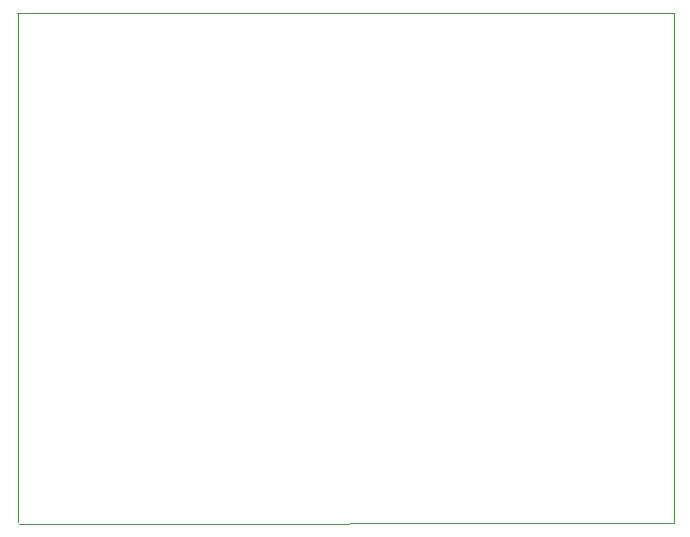
<source format=gbr>
%TF.GenerationSoftware,KiCad,Pcbnew,6.0.11-2627ca5db0~126~ubuntu22.04.1*%
%TF.CreationDate,2023-02-18T01:34:51-05:00*%
%TF.ProjectId,lin-coolant-temperature,6c696e2d-636f-46f6-9c61-6e742d74656d,1.0*%
%TF.SameCoordinates,Original*%
%TF.FileFunction,Profile,NP*%
%FSLAX46Y46*%
G04 Gerber Fmt 4.6, Leading zero omitted, Abs format (unit mm)*
G04 Created by KiCad (PCBNEW 6.0.11-2627ca5db0~126~ubuntu22.04.1) date 2023-02-18 01:34:51*
%MOMM*%
%LPD*%
G01*
G04 APERTURE LIST*
%TA.AperFunction,Profile*%
%ADD10C,0.100000*%
%TD*%
G04 APERTURE END LIST*
D10*
X175150000Y-101550000D02*
X175100000Y-58450000D01*
X230632000Y-101600000D02*
X175175000Y-101650000D01*
X175050000Y-58420000D02*
X230632000Y-58420000D01*
X230632000Y-58420000D02*
X230632000Y-101600000D01*
M02*

</source>
